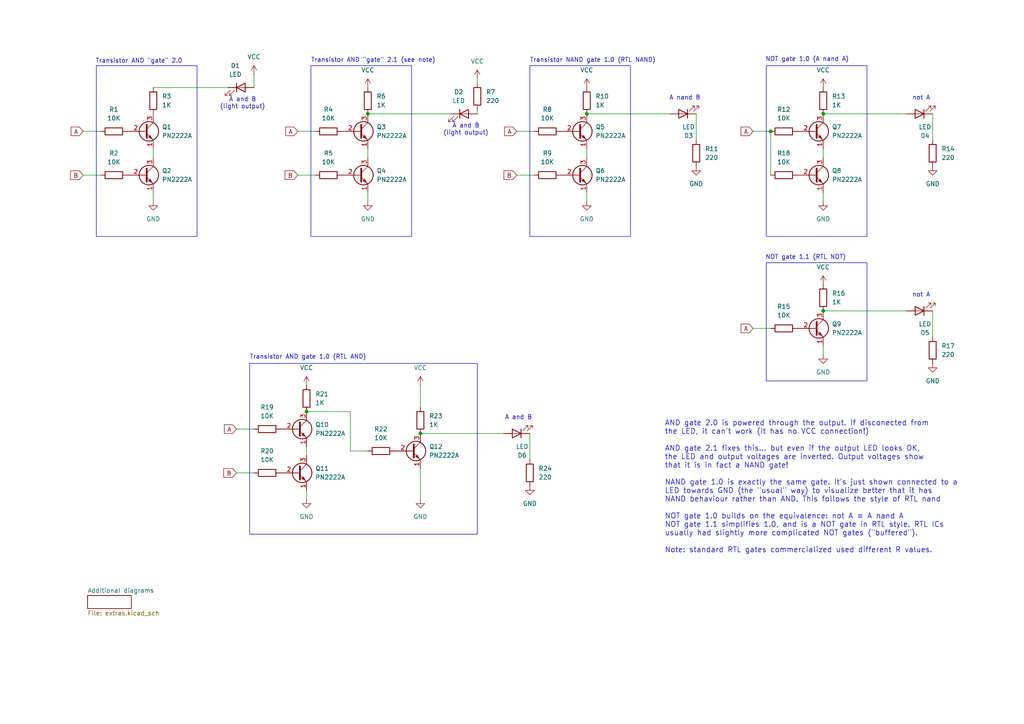
<source format=kicad_sch>
(kicad_sch (version 20231120) (generator "eeschema") (generator_version "8.0")
  (paper "A4")
  (title_block (title "How to get right by being completely wrong") (date "2024-05-01") (company "Silicon Chronicles") (comment 1 "Building AND gates the wrong way") (comment 2 "Part IV"))
  (lib_symbols
    (symbol "Device:LED" (pin_numbers hide) (pin_names (offset 1.016) hide)
      (property "Reference" "D" (at 0 2.54 0))
      (property "Value" "LED" (at 0 -2.54 0))
      (symbol "LED_0_1"
        (polyline (pts (xy -1.27 -1.27) (xy -1.27 1.27)) (stroke (width 0.254)))
        (polyline (pts (xy -1.27 0) (xy 1.27 0)))
        (polyline (pts (xy 1.27 -1.27) (xy 1.27 1.27) (xy -1.27 0) (xy 1.27 -1.27)) (stroke (width 0.254)))
        (polyline (pts (xy -3.048 -0.762) (xy -4.572 -2.286) (xy -3.81 -2.286) (xy -4.572 -2.286) (xy -4.572 -1.524)))
        (polyline (pts (xy -1.778 -0.762) (xy -3.302 -2.286) (xy -2.54 -2.286) (xy -3.302 -2.286) (xy -3.302 -1.524)))
      )
      (symbol "LED_1_1"
        (pin passive line (at -3.81 0 0) (length 2.54) (name "K") (number "1"))
        (pin passive line (at 3.81 0 180) (length 2.54) (name "A") (number "2"))
      )
    )
    (symbol "Device:R" (pin_numbers hide) (pin_names (offset 0))
      (property "Reference" "R" (at 2.032 0 90))
      (property "Value" "R" (at 0 0 90))
      (symbol "R_0_1"
        (rectangle (start -1.016 -2.54) (end 1.016 2.54) (stroke (width 0.254)))
      )
      (symbol "R_1_1"
        (pin passive line (at 0 3.81 270) (length 1.27) (name "~") (number "1"))
        (pin passive line (at 0 -3.81 90) (length 1.27) (name "~") (number "2"))
      )
    )
    (symbol "Transistor_BJT:PN2222A" (pin_names (offset 0) hide)
      (property "Reference" "Q" (at 5.08 1.905 0))
      (property "Value" "PN2222A" (at 5.08 0 0))
      (symbol "PN2222A_0_1"
        (polyline (pts (xy 0 0) (xy 0.635 0)))
        (polyline (pts (xy 2.54 -2.54) (xy 0.635 -0.635)))
        (polyline (pts (xy 2.54 2.54) (xy 0.635 0.635)))
        (polyline (pts (xy 0.635 1.905) (xy 0.635 -1.905) (xy 0.635 -1.905)) (stroke (width 0.508)))
        (polyline (pts (xy 2.413 -2.413) (xy 1.905 -1.905) (xy 1.905 -1.905)))
        (polyline (pts (xy 1.143 -1.651) (xy 1.651 -1.143) (xy 2.159 -2.159) (xy 1.143 -1.651) (xy 1.143 -1.651)) (fill (type outline)))
        (circle (center 1.27 0) (radius 2.8194) (stroke (width 0.254)))
      )
      (symbol "PN2222A_1_1"
        (pin passive line (at 2.54 -5.08 90) (length 2.54) (name "E") (number "1"))
        (pin input line (at -5.08 0 0) (length 5.08) (name "B") (number "2"))
        (pin passive line (at 2.54 5.08 270) (length 2.54) (name "C") (number "3"))
      )
    )
    (symbol "power:GND" (power) (pin_numbers hide) (pin_names (offset 0) hide)
      (property "Value" "GND" (at 0 -3.81 0))
      (symbol "GND_0_1"
        (polyline (pts (xy 0 0) (xy 0 -1.27) (xy 1.27 -1.27) (xy 0 -2.54) (xy -1.27 -1.27) (xy 0 -1.27)))
      )
      (symbol "GND_1_1"
        (pin power_in line (at 0 0 270) (length 0) (name "~") (number "1"))
      )
    )
    (symbol "power:VCC" (power) (pin_numbers hide) (pin_names (offset 0) hide)
      (property "Value" "VCC" (at 0 3.556 0))
      (symbol "VCC_0_1"
        (polyline (pts (xy -0.762 1.27) (xy 0 2.54)))
        (polyline (pts (xy 0 0) (xy 0 2.54)))
        (polyline (pts (xy 0 2.54) (xy 0.762 1.27)))
      )
      (symbol "VCC_1_1"
        (pin power_in line (at 0 0 90) (length 0) (name "~") (number "1"))
      )
    )
  )
  (junction (at 106.68 33.02))
  (junction (at 223.52 38.1))
  (junction (at 88.9 119.38))
  (junction (at 238.76 90.17))
  (junction (at 170.18 33.02))
  (junction (at 238.76 33.02))
  (junction (at 121.92 125.73))
  (wire (pts (xy 170.18 45.72) (xy 170.18 43.18)))
  (wire (pts (xy 101.6 119.38) (xy 88.9 119.38)))
  (wire (pts (xy 149.86 38.1) (xy 154.94 38.1)))
  (wire (pts (xy 88.9 132.08) (xy 88.9 129.54)))
  (wire (pts (xy 270.51 90.17) (xy 270.51 97.79)))
  (wire (pts (xy 238.76 100.33) (xy 238.76 102.87)))
  (wire (pts (xy 270.51 33.02) (xy 270.51 40.64)))
  (wire (pts (xy 138.43 22.86) (xy 138.43 24.13)))
  (wire (pts (xy 238.76 33.02) (xy 262.89 33.02)))
  (wire (pts (xy 86.36 38.1) (xy 91.44 38.1)))
  (wire (pts (xy 24.13 38.1) (xy 29.21 38.1)))
  (wire (pts (xy 86.36 50.8) (xy 91.44 50.8)))
  (wire (pts (xy 101.6 130.81) (xy 101.6 119.38)))
  (wire (pts (xy 106.68 45.72) (xy 106.68 43.18)))
  (wire (pts (xy 101.6 130.81) (xy 106.68 130.81)))
  (wire (pts (xy 68.58 124.46) (xy 73.66 124.46)))
  (wire (pts (xy 44.45 25.4) (xy 66.04 25.4)))
  (wire (pts (xy 121.92 125.73) (xy 146.05 125.73)))
  (wire (pts (xy 170.18 55.88) (xy 170.18 58.42)))
  (wire (pts (xy 149.86 50.8) (xy 154.94 50.8)))
  (wire (pts (xy 106.68 33.02) (xy 130.81 33.02)))
  (wire (pts (xy 44.45 55.88) (xy 44.45 58.42)))
  (wire (pts (xy 238.76 90.17) (xy 262.89 90.17)))
  (wire (pts (xy 138.43 31.75) (xy 138.43 33.02)))
  (wire (pts (xy 170.18 33.02) (xy 194.31 33.02)))
  (wire (pts (xy 153.67 125.73) (xy 153.67 133.35)))
  (wire (pts (xy 24.13 50.8) (xy 29.21 50.8)))
  (wire (pts (xy 218.44 95.25) (xy 223.52 95.25)))
  (wire (pts (xy 223.52 38.1) (xy 223.52 50.8)))
  (wire (pts (xy 218.44 38.1) (xy 223.52 38.1)))
  (wire (pts (xy 121.92 135.89) (xy 121.92 144.78)))
  (wire (pts (xy 201.93 33.02) (xy 201.93 40.64)))
  (wire (pts (xy 44.45 45.72) (xy 44.45 43.18)))
  (wire (pts (xy 88.9 142.24) (xy 88.9 144.78)))
  (wire (pts (xy 73.66 21.59) (xy 73.66 25.4)))
  (wire (pts (xy 68.58 137.16) (xy 73.66 137.16)))
  (wire (pts (xy 121.92 111.76) (xy 121.92 118.11)))
  (wire (pts (xy 238.76 45.72) (xy 238.76 43.18)))
  (wire (pts (xy 106.68 55.88) (xy 106.68 58.42)))
  (wire (pts (xy 238.76 55.88) (xy 238.76 58.42)))
  (rectangle (start 222.25 76.2) (end 251.46 110.49))
  (rectangle (start 90.17 19.05) (end 119.38 68.58))
  (rectangle (start 153.67 19.05) (end 182.88 68.58))
  (rectangle (start 222.25 19.05) (end 251.46 68.58))
  (rectangle (start 72.39 105.41) (end 138.43 154.94))
  (rectangle (start 27.94 19.05) (end 57.15 68.58))
  (text "AND gate 2.0 is powered through the output. If disconected from\nthe LED, it can't work (it has no VCC connection!)\n\nAND gate 2.1 fixes this... but even if the output LED looks OK,\nthe LED and output voltages are inverted. Output voltages show\nthat it is in fact a NAND gate!\n\nNAND gate 1.0 is exactly the same gate. It's just shown connected to a\nLED towards GND (the \"usual\" way) to visualize better that it has\nNAND behaviour rather than AND. This follows the style of RTL nand\n\nNOT gate 1.0 builds on the equivalence: not A ≡ A nand A\nNOT gate 1.1 simplifies 1.0, and is a NOT gate in RTL style. RTL ICs\nusually had slightly more complicated NOT gates (\"buffered\").\n\nNote: standard RTL gates commercialized used different R values.\n" (at 192.786 141.224 0) (effects (font (size 1.524 1.524)) (justify left)))
  (text "not A" (at 267.208 85.598 0) (effects (font (size 1.27 1.27))))
  (text "Transistor AND \"gate\" 2.1 (see note)" (at 90.17 17.526 0) (effects (font (size 1.27 1.27)) (justify left)))
  (text "NOT gate 1.1 (RTL NOT)" (at 221.996 74.676 0) (effects (font (size 1.27 1.27)) (justify left)))
  (text "Transistor NAND gate 1.0 (RTL NAND)" (at 153.67 17.526 0) (effects (font (size 1.27 1.27)) (justify left)))
  (text "A and B" (at 150.368 121.158 0) (effects (font (size 1.27 1.27))))
  (text "A nand B\n" (at 198.628 28.448 0) (effects (font (size 1.27 1.27))))
  (text "NOT gate 1.0 (A nand A)" (at 221.996 17.272 0) (effects (font (size 1.27 1.27)) (justify left)))
  (text "Transistor AND \"gate\" 2.0" (at 27.686 17.78 0) (effects (font (size 1.27 1.27)) (justify left)))
  (text "A and B\n(light output)\n" (at 70.358 29.972 0) (effects (font (size 1.27 1.27))))
  (text "Transistor AND gate 1.0 (RTL AND)\n\n" (at 72.39 104.648 0) (effects (font (size 1.27 1.27)) (justify left)))
  (text "A and B\n(light output)" (at 135.128 37.592 0) (effects (font (size 1.27 1.27))))
  (text "not A" (at 267.208 28.448 0) (effects (font (size 1.27 1.27))))
  (global_label "A" (shape input) (at 24.13 38.1 180) (property "Intersheetrefs" "${INTERSHEET_REFS}" (effects (hide yes))))
  (global_label "A" (shape input) (at 218.44 38.1 180) (property "Intersheetrefs" "${INTERSHEET_REFS}" (effects (hide yes))))
  (global_label "A" (shape input) (at 218.44 95.25 180) (property "Intersheetrefs" "${INTERSHEET_REFS}" (effects (hide yes))))
  (global_label "B" (shape input) (at 86.36 50.8 180) (property "Intersheetrefs" "${INTERSHEET_REFS}" (effects (hide yes))))
  (global_label "B" (shape input) (at 24.13 50.8 180) (property "Intersheetrefs" "${INTERSHEET_REFS}" (effects (hide yes))))
  (global_label "A" (shape input) (at 86.36 38.1 180) (property "Intersheetrefs" "${INTERSHEET_REFS}" (effects (hide yes))))
  (global_label "A" (shape input) (at 68.58 124.46 180) (property "Intersheetrefs" "${INTERSHEET_REFS}" (effects (hide yes))))
  (global_label "A" (shape input) (at 149.86 38.1 180) (property "Intersheetrefs" "${INTERSHEET_REFS}" (effects (hide yes))))
  (global_label "B" (shape input) (at 68.58 137.16 180) (property "Intersheetrefs" "${INTERSHEET_REFS}" (effects (hide yes))))
  (global_label "B" (shape input) (at 149.86 50.8 180) (property "Intersheetrefs" "${INTERSHEET_REFS}" (effects (hide yes))))
  (symbol (lib_id "power:VCC") (at 170.18 25.4 0) (unit 1)
    (property "Reference" "#PWR05" (effects (hide yes)))
    (property "Value" "VCC" (at 170.18 20.32 0))
    (property "Description" "Power symbol creates a global label with name \"VCC\"" (effects (hide yes)))
  )
  (symbol (lib_id "Transistor_BJT:PN2222A") (at 86.36 137.16 0) (unit 1)
    (property "Reference" "Q11" (at 91.44 135.8899 0) (effects (justify left)))
    (property "Value" "PN2222A" (at 91.44 138.4299 0) (effects (justify left)))
    (property "Footprint" "Package_TO_SOT_THT:TO-92_Inline" (effects (hide yes)))
    (property "Datasheet" "https://www.onsemi.com/pub/Collateral/PN2222-D.PDF" (effects (hide yes)))
    (property "Description" "1A Ic, 40V Vce, NPN Transistor, General Purpose Transistor, TO-92" (effects (hide yes)))
  )
  (symbol (lib_id "Device:R") (at 238.76 86.36 180) (unit 1)
    (property "Reference" "R16" (at 241.3 85.0899 0) (effects (justify right)))
    (property "Value" "1K" (at 241.3 87.6299 0) (effects (justify right)))
    (property "Description" "Resistor" (effects (hide yes)))
  )
  (symbol (lib_id "Transistor_BJT:PN2222A") (at 119.38 130.81 0) (unit 1)
    (property "Reference" "Q12" (at 124.46 129.5399 0) (effects (justify left)))
    (property "Value" "PN2222A" (at 124.46 132.0799 0) (effects (justify left)))
    (property "Footprint" "Package_TO_SOT_THT:TO-92_Inline" (effects (hide yes)))
    (property "Datasheet" "https://www.onsemi.com/pub/Collateral/PN2222-D.PDF" (effects (hide yes)))
    (property "Description" "1A Ic, 40V Vce, NPN Transistor, General Purpose Transistor, TO-92" (effects (hide yes)))
  )
  (symbol (lib_id "Transistor_BJT:PN2222A") (at 236.22 50.8 0) (unit 1)
    (property "Reference" "Q8" (at 241.3 49.5299 0) (effects (justify left)))
    (property "Value" "PN2222A" (at 241.3 52.0699 0) (effects (justify left)))
    (property "Footprint" "Package_TO_SOT_THT:TO-92_Inline" (effects (hide yes)))
    (property "Datasheet" "https://www.onsemi.com/pub/Collateral/PN2222-D.PDF" (effects (hide yes)))
    (property "Description" "1A Ic, 40V Vce, NPN Transistor, General Purpose Transistor, TO-92" (effects (hide yes)))
  )
  (symbol (lib_id "Device:R") (at 153.67 137.16 0) (unit 1)
    (property "Reference" "R24" (at 156.21 135.8899 0) (effects (justify left)))
    (property "Value" "220" (at 156.21 138.4299 0) (effects (justify left)))
    (property "Description" "Resistor" (effects (hide yes)))
  )
  (symbol (lib_id "Device:R") (at 270.51 101.6 0) (unit 1)
    (property "Reference" "R17" (at 273.05 100.3299 0) (effects (justify left)))
    (property "Value" "220" (at 273.05 102.8699 0) (effects (justify left)))
    (property "Description" "Resistor" (effects (hide yes)))
  )
  (symbol (lib_id "power:VCC") (at 121.92 111.76 0) (unit 1)
    (property "Reference" "#PWR017" (effects (hide yes)))
    (property "Value" "VCC" (at 121.92 106.68 0))
    (property "Description" "Power symbol creates a global label with name \"VCC\"" (effects (hide yes)))
  )
  (symbol (lib_id "Transistor_BJT:PN2222A") (at 86.36 124.46 0) (unit 1)
    (property "Reference" "Q10" (at 91.44 123.1899 0) (effects (justify left)))
    (property "Value" "PN2222A" (at 91.44 125.7299 0) (effects (justify left)))
    (property "Footprint" "Package_TO_SOT_THT:TO-92_Inline" (effects (hide yes)))
    (property "Datasheet" "https://www.onsemi.com/pub/Collateral/PN2222-D.PDF" (effects (hide yes)))
    (property "Description" "1A Ic, 40V Vce, NPN Transistor, General Purpose Transistor, TO-92" (effects (hide yes)))
  )
  (symbol (lib_id "power:VCC") (at 238.76 82.55 0) (unit 1)
    (property "Reference" "#PWR011" (effects (hide yes)))
    (property "Value" "VCC" (at 238.76 77.47 0))
    (property "Description" "Power symbol creates a global label with name \"VCC\"" (effects (hide yes)))
  )
  (symbol (lib_id "Device:LED") (at 266.7 90.17 180) (unit 1)
    (property "Reference" "D5" (at 268.2875 96.52 0))
    (property "Value" "LED" (at 268.2875 93.98 0))
    (property "Description" "Light emitting diode" (effects (hide yes)))
  )
  (symbol (lib_id "Device:R") (at 88.9 115.57 180) (unit 1)
    (property "Reference" "R21" (at 91.44 114.2999 0) (effects (justify right)))
    (property "Value" "1K" (at 91.44 116.8399 0) (effects (justify right)))
    (property "Description" "Resistor" (effects (hide yes)))
  )
  (symbol (lib_id "Device:R") (at 170.18 29.21 180) (unit 1)
    (property "Reference" "R10" (at 172.72 27.9399 0) (effects (justify right)))
    (property "Value" "1K" (at 172.72 30.4799 0) (effects (justify right)))
    (property "Description" "Resistor" (effects (hide yes)))
  )
  (symbol (lib_id "Device:R") (at 227.33 38.1 270) (unit 1)
    (property "Reference" "R12" (at 227.33 31.75 90))
    (property "Value" "10K" (at 227.33 34.29 90))
    (property "Description" "Resistor" (effects (hide yes)))
  )
  (symbol (lib_id "Device:R") (at 121.92 121.92 180) (unit 1)
    (property "Reference" "R23" (at 124.46 120.6499 0) (effects (justify right)))
    (property "Value" "1K" (at 124.46 123.1899 0) (effects (justify right)))
    (property "Description" "Resistor" (effects (hide yes)))
  )
  (symbol (lib_id "power:GND") (at 238.76 102.87 0) (unit 1)
    (property "Reference" "#PWR012" (effects (hide yes)))
    (property "Value" "GND" (at 238.76 107.95 0))
    (property "Description" "Power symbol creates a global label with name \"GND\" , ground" (effects (hide yes)))
  )
  (symbol (lib_id "Device:R") (at 95.25 38.1 270) (unit 1)
    (property "Reference" "R4" (at 95.25 31.75 90))
    (property "Value" "10K" (at 95.25 34.29 90))
    (property "Description" "Resistor" (effects (hide yes)))
  )
  (symbol (lib_id "power:VCC") (at 88.9 111.76 0) (unit 1)
    (property "Reference" "#PWR014" (effects (hide yes)))
    (property "Value" "VCC" (at 88.9 106.68 0))
    (property "Description" "Power symbol creates a global label with name \"VCC\"" (effects (hide yes)))
  )
  (symbol (lib_id "power:GND") (at 170.18 58.42 0) (unit 1)
    (property "Reference" "#PWR07" (effects (hide yes)))
    (property "Value" "GND" (at 170.18 63.5 0))
    (property "Description" "Power symbol creates a global label with name \"GND\" , ground" (effects (hide yes)))
  )
  (symbol (lib_id "power:VCC") (at 73.66 21.59 0) (unit 1)
    (property "Reference" "#PWR03" (effects (hide yes)))
    (property "Value" "VCC" (at 73.66 16.51 0))
    (property "Description" "Power symbol creates a global label with name \"VCC\"" (effects (hide yes)))
  )
  (symbol (lib_id "Device:R") (at 138.43 27.94 0) (unit 1)
    (property "Reference" "R7" (at 140.97 26.6699 0) (effects (justify left)))
    (property "Value" "220" (at 140.97 29.2099 0) (effects (justify left)))
    (property "Description" "Resistor" (effects (hide yes)))
  )
  (symbol (lib_id "power:VCC") (at 138.43 22.86 0) (unit 1)
    (property "Reference" "#PWR02" (effects (hide yes)))
    (property "Value" "VCC" (at 138.43 17.78 0))
    (property "Description" "Power symbol creates a global label with name \"VCC\"" (effects (hide yes)))
  )
  (symbol (lib_id "power:GND") (at 88.9 144.78 0) (unit 1)
    (property "Reference" "#PWR016" (effects (hide yes)))
    (property "Value" "GND" (at 88.9 149.86 0))
    (property "Description" "Power symbol creates a global label with name \"GND\" , ground" (effects (hide yes)))
  )
  (symbol (lib_id "Transistor_BJT:PN2222A") (at 104.14 50.8 0) (unit 1)
    (property "Reference" "Q4" (at 109.22 49.5299 0) (effects (justify left)))
    (property "Value" "PN2222A" (at 109.22 52.0699 0) (effects (justify left)))
    (property "Footprint" "Package_TO_SOT_THT:TO-92_Inline" (effects (hide yes)))
    (property "Datasheet" "https://www.onsemi.com/pub/Collateral/PN2222-D.PDF" (effects (hide yes)))
    (property "Description" "1A Ic, 40V Vce, NPN Transistor, General Purpose Transistor, TO-92" (effects (hide yes)))
  )
  (symbol (lib_id "Device:R") (at 33.02 38.1 270) (unit 1)
    (property "Reference" "R1" (at 33.02 31.75 90))
    (property "Value" "10K" (at 33.02 34.29 90))
    (property "Description" "Resistor" (effects (hide yes)))
  )
  (symbol (lib_id "Transistor_BJT:PN2222A") (at 236.22 38.1 0) (unit 1)
    (property "Reference" "Q7" (at 241.3 36.8299 0) (effects (justify left)))
    (property "Value" "PN2222A" (at 241.3 39.3699 0) (effects (justify left)))
    (property "Footprint" "Package_TO_SOT_THT:TO-92_Inline" (effects (hide yes)))
    (property "Datasheet" "https://www.onsemi.com/pub/Collateral/PN2222-D.PDF" (effects (hide yes)))
    (property "Description" "1A Ic, 40V Vce, NPN Transistor, General Purpose Transistor, TO-92" (effects (hide yes)))
  )
  (symbol (lib_id "Device:R") (at 95.25 50.8 270) (unit 1)
    (property "Reference" "R5" (at 95.25 44.45 90))
    (property "Value" "10K" (at 95.25 46.99 90))
    (property "Description" "Resistor" (effects (hide yes)))
  )
  (symbol (lib_id "power:GND") (at 44.45 58.42 0) (unit 1)
    (property "Reference" "#PWR06" (effects (hide yes)))
    (property "Value" "GND" (at 44.45 63.5 0))
    (property "Description" "Power symbol creates a global label with name \"GND\" , ground" (effects (hide yes)))
  )
  (symbol (lib_id "power:GND") (at 238.76 58.42 0) (unit 1)
    (property "Reference" "#PWR010" (effects (hide yes)))
    (property "Value" "GND" (at 238.76 63.5 0))
    (property "Description" "Power symbol creates a global label with name \"GND\" , ground" (effects (hide yes)))
  )
  (symbol (lib_id "Device:R") (at 227.33 95.25 270) (unit 1)
    (property "Reference" "R15" (at 227.33 88.9 90))
    (property "Value" "10K" (at 227.33 91.44 90))
    (property "Description" "Resistor" (effects (hide yes)))
  )
  (symbol (lib_id "Device:R") (at 158.75 38.1 270) (unit 1)
    (property "Reference" "R8" (at 158.75 31.75 90))
    (property "Value" "10K" (at 158.75 34.29 90))
    (property "Description" "Resistor" (effects (hide yes)))
  )
  (symbol (lib_id "power:GND") (at 153.67 140.97 0) (unit 1)
    (property "Reference" "#PWR019" (effects (hide yes)))
    (property "Value" "GND" (at 153.67 146.05 0))
    (property "Description" "Power symbol creates a global label with name \"GND\" , ground" (effects (hide yes)))
  )
  (symbol (lib_id "power:GND") (at 270.51 48.26 0) (unit 1)
    (property "Reference" "#PWR015" (effects (hide yes)))
    (property "Value" "GND" (at 270.51 53.34 0))
    (property "Description" "Power symbol creates a global label with name \"GND\" , ground" (effects (hide yes)))
  )
  (symbol (lib_id "Device:LED") (at 198.12 33.02 180) (unit 1)
    (property "Reference" "D3" (at 199.7075 39.37 0))
    (property "Value" "LED" (at 199.7075 36.83 0))
    (property "Description" "Light emitting diode" (effects (hide yes)))
  )
  (symbol (lib_id "power:GND") (at 106.68 58.42 0) (unit 1)
    (property "Reference" "#PWR01" (effects (hide yes)))
    (property "Value" "GND" (at 106.68 63.5 0))
    (property "Description" "Power symbol creates a global label with name \"GND\" , ground" (effects (hide yes)))
  )
  (symbol (lib_id "Transistor_BJT:PN2222A") (at 236.22 95.25 0) (unit 1)
    (property "Reference" "Q9" (at 241.3 93.9799 0) (effects (justify left)))
    (property "Value" "PN2222A" (at 241.3 96.5199 0) (effects (justify left)))
    (property "Footprint" "Package_TO_SOT_THT:TO-92_Inline" (effects (hide yes)))
    (property "Datasheet" "https://www.onsemi.com/pub/Collateral/PN2222-D.PDF" (effects (hide yes)))
    (property "Description" "1A Ic, 40V Vce, NPN Transistor, General Purpose Transistor, TO-92" (effects (hide yes)))
  )
  (symbol (lib_id "Device:R") (at 227.33 50.8 270) (unit 1)
    (property "Reference" "R18" (at 227.33 44.45 90))
    (property "Value" "10K" (at 227.33 46.99 90))
    (property "Description" "Resistor" (effects (hide yes)))
  )
  (symbol (lib_id "Device:R") (at 106.68 29.21 180) (unit 1)
    (property "Reference" "R6" (at 109.22 27.9399 0) (effects (justify right)))
    (property "Value" "1K" (at 109.22 30.4799 0) (effects (justify right)))
    (property "Description" "Resistor" (effects (hide yes)))
  )
  (symbol (lib_id "power:GND") (at 121.92 144.78 0) (unit 1)
    (property "Reference" "#PWR018" (effects (hide yes)))
    (property "Value" "GND" (at 121.92 149.86 0))
    (property "Description" "Power symbol creates a global label with name \"GND\" , ground" (effects (hide yes)))
  )
  (symbol (lib_id "Device:R") (at 158.75 50.8 270) (unit 1)
    (property "Reference" "R9" (at 158.75 44.45 90))
    (property "Value" "10K" (at 158.75 46.99 90))
    (property "Description" "Resistor" (effects (hide yes)))
  )
  (symbol (lib_id "Device:R") (at 44.45 29.21 180) (unit 1)
    (property "Reference" "R3" (at 46.99 27.9399 0) (effects (justify right)))
    (property "Value" "1K" (at 46.99 30.4799 0) (effects (justify right)))
    (property "Description" "Resistor" (effects (hide yes)))
  )
  (symbol (lib_id "Device:R") (at 238.76 29.21 180) (unit 1)
    (property "Reference" "R13" (at 241.3 27.9399 0) (effects (justify right)))
    (property "Value" "1K" (at 241.3 30.4799 0) (effects (justify right)))
    (property "Description" "Resistor" (effects (hide yes)))
  )
  (symbol (lib_id "power:GND") (at 270.51 105.41 0) (unit 1)
    (property "Reference" "#PWR013" (effects (hide yes)))
    (property "Value" "GND" (at 270.51 110.49 0))
    (property "Description" "Power symbol creates a global label with name \"GND\" , ground" (effects (hide yes)))
  )
  (symbol (lib_id "Transistor_BJT:PN2222A") (at 104.14 38.1 0) (unit 1)
    (property "Reference" "Q3" (at 109.22 36.8299 0) (effects (justify left)))
    (property "Value" "PN2222A" (at 109.22 39.3699 0) (effects (justify left)))
    (property "Footprint" "Package_TO_SOT_THT:TO-92_Inline" (effects (hide yes)))
    (property "Datasheet" "https://www.onsemi.com/pub/Collateral/PN2222-D.PDF" (effects (hide yes)))
    (property "Description" "1A Ic, 40V Vce, NPN Transistor, General Purpose Transistor, TO-92" (effects (hide yes)))
  )
  (symbol (lib_id "Transistor_BJT:PN2222A") (at 167.64 38.1 0) (unit 1)
    (property "Reference" "Q5" (at 172.72 36.8299 0) (effects (justify left)))
    (property "Value" "PN2222A" (at 172.72 39.3699 0) (effects (justify left)))
    (property "Footprint" "Package_TO_SOT_THT:TO-92_Inline" (effects (hide yes)))
    (property "Datasheet" "https://www.onsemi.com/pub/Collateral/PN2222-D.PDF" (effects (hide yes)))
    (property "Description" "1A Ic, 40V Vce, NPN Transistor, General Purpose Transistor, TO-92" (effects (hide yes)))
  )
  (symbol (lib_id "power:VCC") (at 106.68 25.4 0) (unit 1)
    (property "Reference" "#PWR04" (effects (hide yes)))
    (property "Value" "VCC" (at 106.68 20.32 0))
    (property "Description" "Power symbol creates a global label with name \"VCC\"" (effects (hide yes)))
  )
  (symbol (lib_id "power:VCC") (at 238.76 25.4 0) (unit 1)
    (property "Reference" "#PWR09" (effects (hide yes)))
    (property "Value" "VCC" (at 238.76 20.32 0))
    (property "Description" "Power symbol creates a global label with name \"VCC\"" (effects (hide yes)))
  )
  (symbol (lib_id "Transistor_BJT:PN2222A") (at 41.91 38.1 0) (unit 1)
    (property "Reference" "Q1" (at 46.99 36.8299 0) (effects (justify left)))
    (property "Value" "PN2222A" (at 46.99 39.3699 0) (effects (justify left)))
    (property "Footprint" "Package_TO_SOT_THT:TO-92_Inline" (effects (hide yes)))
    (property "Datasheet" "https://www.onsemi.com/pub/Collateral/PN2222-D.PDF" (effects (hide yes)))
    (property "Description" "1A Ic, 40V Vce, NPN Transistor, General Purpose Transistor, TO-92" (effects (hide yes)))
  )
  (symbol (lib_id "Device:LED") (at 69.85 25.4 0) (unit 1)
    (property "Reference" "D1" (at 68.2625 19.05 0))
    (property "Value" "LED" (at 68.2625 21.59 0))
    (property "Description" "Light emitting diode" (effects (hide yes)))
  )
  (symbol (lib_id "Transistor_BJT:PN2222A") (at 167.64 50.8 0) (unit 1)
    (property "Reference" "Q6" (at 172.72 49.5299 0) (effects (justify left)))
    (property "Value" "PN2222A" (at 172.72 52.0699 0) (effects (justify left)))
    (property "Footprint" "Package_TO_SOT_THT:TO-92_Inline" (effects (hide yes)))
    (property "Datasheet" "https://www.onsemi.com/pub/Collateral/PN2222-D.PDF" (effects (hide yes)))
    (property "Description" "1A Ic, 40V Vce, NPN Transistor, General Purpose Transistor, TO-92" (effects (hide yes)))
  )
  (symbol (lib_id "Device:R") (at 110.49 130.81 270) (unit 1)
    (property "Reference" "R22" (at 110.49 124.46 90))
    (property "Value" "10K" (at 110.49 127 90))
    (property "Description" "Resistor" (effects (hide yes)))
  )
  (symbol (lib_id "Device:R") (at 201.93 44.45 0) (unit 1)
    (property "Reference" "R11" (at 204.47 43.1799 0) (effects (justify left)))
    (property "Value" "220" (at 204.47 45.7199 0) (effects (justify left)))
    (property "Description" "Resistor" (effects (hide yes)))
  )
  (symbol (lib_id "Device:LED") (at 149.86 125.73 180) (unit 1)
    (property "Reference" "D6" (at 151.4475 132.08 0))
    (property "Value" "LED" (at 151.4475 129.54 0))
    (property "Description" "Light emitting diode" (effects (hide yes)))
  )
  (symbol (lib_id "Device:R") (at 77.47 124.46 270) (unit 1)
    (property "Reference" "R19" (at 77.47 118.11 90))
    (property "Value" "10K" (at 77.47 120.65 90))
    (property "Description" "Resistor" (effects (hide yes)))
  )
  (symbol (lib_id "Transistor_BJT:PN2222A") (at 41.91 50.8 0) (unit 1)
    (property "Reference" "Q2" (at 46.99 49.5299 0) (effects (justify left)))
    (property "Value" "PN2222A" (at 46.99 52.0699 0) (effects (justify left)))
    (property "Footprint" "Package_TO_SOT_THT:TO-92_Inline" (effects (hide yes)))
    (property "Datasheet" "https://www.onsemi.com/pub/Collateral/PN2222-D.PDF" (effects (hide yes)))
    (property "Description" "1A Ic, 40V Vce, NPN Transistor, General Purpose Transistor, TO-92" (effects (hide yes)))
  )
  (symbol (lib_id "Device:R") (at 270.51 44.45 0) (unit 1)
    (property "Reference" "R14" (at 273.05 43.1799 0) (effects (justify left)))
    (property "Value" "220" (at 273.05 45.7199 0) (effects (justify left)))
    (property "Description" "Resistor" (effects (hide yes)))
  )
  (symbol (lib_id "power:GND") (at 201.93 48.26 0) (unit 1)
    (property "Reference" "#PWR08" (effects (hide yes)))
    (property "Value" "GND" (at 201.93 53.34 0))
    (property "Description" "Power symbol creates a global label with name \"GND\" , ground" (effects (hide yes)))
  )
  (symbol (lib_id "Device:R") (at 33.02 50.8 270) (unit 1)
    (property "Reference" "R2" (at 33.02 44.45 90))
    (property "Value" "10K" (at 33.02 46.99 90))
    (property "Description" "Resistor" (effects (hide yes)))
  )
  (symbol (lib_id "Device:LED") (at 134.62 33.02 0) (unit 1)
    (property "Reference" "D2" (at 133.0325 26.67 0))
    (property "Value" "LED" (at 133.0325 29.21 0))
    (property "Description" "Light emitting diode" (effects (hide yes)))
  )
  (symbol (lib_id "Device:R") (at 77.47 137.16 270) (unit 1)
    (property "Reference" "R20" (at 77.47 130.81 90))
    (property "Value" "10K" (at 77.47 133.35 90))
    (property "Description" "Resistor" (effects (hide yes)))
  )
  (symbol (lib_id "Device:LED") (at 266.7 33.02 180) (unit 1)
    (property "Reference" "D4" (at 268.2875 39.37 0))
    (property "Value" "LED" (at 268.2875 36.83 0))
    (property "Description" "Light emitting diode" (effects (hide yes)))
  )
  (sheet (at 25.4 172.72) (size 12.7 3.81) (stroke (width 0.1524))
    (property "Sheetname" "Additional diagrams" (at 25.4 172.0084 0) (effects (justify left bottom)))
    (property "Sheetfile" "extras.kicad_sch" (at 25.4 177.1146 0) (effects (justify left top)))
  )
)
</source>
